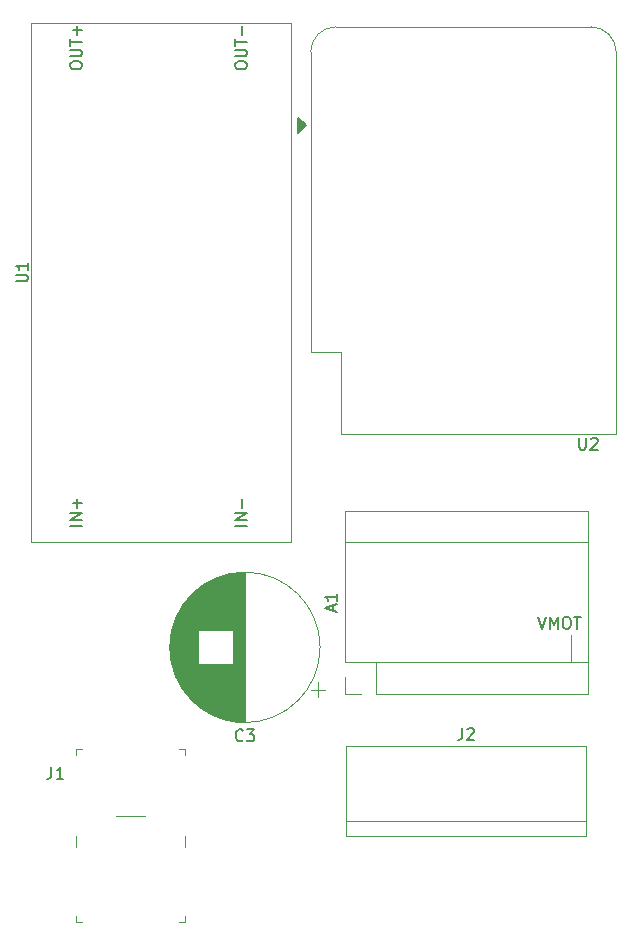
<source format=gto>
G04 #@! TF.GenerationSoftware,KiCad,Pcbnew,(5.1.5-0-10_14)*
G04 #@! TF.CreationDate,2020-02-16T15:34:34-08:00*
G04 #@! TF.ProjectId,blinds_motor_driver,626c696e-6473-45f6-9d6f-746f725f6472,rev?*
G04 #@! TF.SameCoordinates,Original*
G04 #@! TF.FileFunction,Legend,Top*
G04 #@! TF.FilePolarity,Positive*
%FSLAX46Y46*%
G04 Gerber Fmt 4.6, Leading zero omitted, Abs format (unit mm)*
G04 Created by KiCad (PCBNEW (5.1.5-0-10_14)) date 2020-02-16 15:34:34*
%MOMM*%
%LPD*%
G04 APERTURE LIST*
%ADD10C,0.120000*%
%ADD11C,0.150000*%
%ADD12C,0.100000*%
G04 APERTURE END LIST*
D10*
X148082000Y-105410000D02*
X148082000Y-107696000D01*
D11*
X145256476Y-103846380D02*
X145589809Y-104846380D01*
X145923142Y-103846380D01*
X146256476Y-104846380D02*
X146256476Y-103846380D01*
X146589809Y-104560666D01*
X146923142Y-103846380D01*
X146923142Y-104846380D01*
X147589809Y-103846380D02*
X147780285Y-103846380D01*
X147875523Y-103894000D01*
X147970761Y-103989238D01*
X148018380Y-104179714D01*
X148018380Y-104513047D01*
X147970761Y-104703523D01*
X147875523Y-104798761D01*
X147780285Y-104846380D01*
X147589809Y-104846380D01*
X147494571Y-104798761D01*
X147399333Y-104703523D01*
X147351714Y-104513047D01*
X147351714Y-104179714D01*
X147399333Y-103989238D01*
X147494571Y-103894000D01*
X147589809Y-103846380D01*
X148304095Y-103846380D02*
X148875523Y-103846380D01*
X148589809Y-104846380D02*
X148589809Y-103846380D01*
D10*
X149738000Y-53890000D02*
G75*
G02X151868000Y-56020000I0J-2130000D01*
G01*
X126008000Y-56020000D02*
G75*
G02X128138000Y-53890000I2130000J0D01*
G01*
X128548000Y-81450000D02*
X128548000Y-88350000D01*
X126008000Y-81450000D02*
X128548000Y-81450000D01*
D11*
G36*
X124968000Y-61595000D02*
G01*
X124968000Y-62865000D01*
X125603000Y-62230000D01*
X124968000Y-61595000D01*
G37*
X124968000Y-61595000D02*
X124968000Y-62865000D01*
X125603000Y-62230000D01*
X124968000Y-61595000D01*
D10*
X149748000Y-53890000D02*
X128138000Y-53890000D01*
X151868000Y-88350000D02*
X151868000Y-56020000D01*
X126008000Y-81450000D02*
X126008000Y-56020000D01*
X128548000Y-88350000D02*
X151868000Y-88350000D01*
X102362000Y-97536000D02*
X102362000Y-53536000D01*
X102362000Y-97536000D02*
X124362000Y-97536000D01*
X124362000Y-97536000D02*
X124362000Y-53536000D01*
X124362000Y-53536000D02*
X102362000Y-53536000D01*
X129032000Y-122428000D02*
X149352000Y-122428000D01*
X129032000Y-114808000D02*
X149352000Y-114808000D01*
X149352000Y-121158000D02*
X129032000Y-121158000D01*
X149352000Y-122428000D02*
X149352000Y-114808000D01*
X129032000Y-114808000D02*
X129032000Y-122428000D01*
D12*
X106144000Y-115072000D02*
X106644000Y-115072000D01*
X106144000Y-115072000D02*
X106144000Y-115572000D01*
X115344000Y-115072000D02*
X114844000Y-115072000D01*
X115344000Y-115072000D02*
X115344000Y-115572000D01*
X111944000Y-120672000D02*
X109544000Y-120672000D01*
X115344000Y-129672000D02*
X115344000Y-129172000D01*
X115344000Y-129672000D02*
X114844000Y-129672000D01*
X106144000Y-129672000D02*
X106644000Y-129672000D01*
X106144000Y-129672000D02*
X106144000Y-129172000D01*
X115344000Y-122372000D02*
X115344000Y-123372000D01*
X106144000Y-122372000D02*
X106144000Y-123372000D01*
D10*
X126628082Y-110626000D02*
X126628082Y-109376000D01*
X127253082Y-110001000D02*
X126003082Y-110001000D01*
X114075000Y-106743000D02*
X114075000Y-106109000D01*
X114115000Y-107183000D02*
X114115000Y-105669000D01*
X114155000Y-107454000D02*
X114155000Y-105398000D01*
X114195000Y-107667000D02*
X114195000Y-105185000D01*
X114235000Y-107848000D02*
X114235000Y-105004000D01*
X114275000Y-108009000D02*
X114275000Y-104843000D01*
X114315000Y-108154000D02*
X114315000Y-104698000D01*
X114355000Y-108287000D02*
X114355000Y-104565000D01*
X114395000Y-108410000D02*
X114395000Y-104442000D01*
X114435000Y-108526000D02*
X114435000Y-104326000D01*
X114475000Y-108635000D02*
X114475000Y-104217000D01*
X114515000Y-108738000D02*
X114515000Y-104114000D01*
X114555000Y-108836000D02*
X114555000Y-104016000D01*
X114595000Y-108930000D02*
X114595000Y-103922000D01*
X114635000Y-109020000D02*
X114635000Y-103832000D01*
X114675000Y-109107000D02*
X114675000Y-103745000D01*
X114715000Y-109190000D02*
X114715000Y-103662000D01*
X114755000Y-109270000D02*
X114755000Y-103582000D01*
X114795000Y-109347000D02*
X114795000Y-103505000D01*
X114835000Y-109422000D02*
X114835000Y-103430000D01*
X114875000Y-109495000D02*
X114875000Y-103357000D01*
X114915000Y-109566000D02*
X114915000Y-103286000D01*
X114955000Y-109634000D02*
X114955000Y-103218000D01*
X114995000Y-109701000D02*
X114995000Y-103151000D01*
X115035000Y-109765000D02*
X115035000Y-103087000D01*
X115075000Y-109828000D02*
X115075000Y-103024000D01*
X115115000Y-109890000D02*
X115115000Y-102962000D01*
X115155000Y-109950000D02*
X115155000Y-102902000D01*
X115195000Y-110009000D02*
X115195000Y-102843000D01*
X115235000Y-110066000D02*
X115235000Y-102786000D01*
X115275000Y-110122000D02*
X115275000Y-102730000D01*
X115315000Y-110176000D02*
X115315000Y-102676000D01*
X115355000Y-110230000D02*
X115355000Y-102622000D01*
X115395000Y-110282000D02*
X115395000Y-102570000D01*
X115435000Y-110333000D02*
X115435000Y-102519000D01*
X115475000Y-110383000D02*
X115475000Y-102469000D01*
X115515000Y-110433000D02*
X115515000Y-102419000D01*
X115555000Y-110481000D02*
X115555000Y-102371000D01*
X115595000Y-110528000D02*
X115595000Y-102324000D01*
X115635000Y-110574000D02*
X115635000Y-102278000D01*
X115675000Y-110620000D02*
X115675000Y-102232000D01*
X115715000Y-110664000D02*
X115715000Y-102188000D01*
X115755000Y-110708000D02*
X115755000Y-102144000D01*
X115795000Y-110751000D02*
X115795000Y-102101000D01*
X115835000Y-110793000D02*
X115835000Y-102059000D01*
X115875000Y-110834000D02*
X115875000Y-102018000D01*
X115915000Y-110875000D02*
X115915000Y-101977000D01*
X115955000Y-110915000D02*
X115955000Y-101937000D01*
X115995000Y-110954000D02*
X115995000Y-101898000D01*
X116035000Y-110993000D02*
X116035000Y-101859000D01*
X116075000Y-111031000D02*
X116075000Y-101821000D01*
X116115000Y-111068000D02*
X116115000Y-101784000D01*
X116155000Y-111104000D02*
X116155000Y-101748000D01*
X116195000Y-111140000D02*
X116195000Y-101712000D01*
X116235000Y-111176000D02*
X116235000Y-101676000D01*
X116275000Y-111211000D02*
X116275000Y-101641000D01*
X116315000Y-111245000D02*
X116315000Y-101607000D01*
X116355000Y-111278000D02*
X116355000Y-101574000D01*
X116395000Y-111311000D02*
X116395000Y-101541000D01*
X116435000Y-111344000D02*
X116435000Y-101508000D01*
X116475000Y-111376000D02*
X116475000Y-101476000D01*
X116515000Y-104986000D02*
X116515000Y-101444000D01*
X116515000Y-111408000D02*
X116515000Y-107866000D01*
X116555000Y-104986000D02*
X116555000Y-101414000D01*
X116555000Y-111438000D02*
X116555000Y-107866000D01*
X116595000Y-104986000D02*
X116595000Y-101383000D01*
X116595000Y-111469000D02*
X116595000Y-107866000D01*
X116635000Y-104986000D02*
X116635000Y-101353000D01*
X116635000Y-111499000D02*
X116635000Y-107866000D01*
X116675000Y-104986000D02*
X116675000Y-101324000D01*
X116675000Y-111528000D02*
X116675000Y-107866000D01*
X116715000Y-104986000D02*
X116715000Y-101295000D01*
X116715000Y-111557000D02*
X116715000Y-107866000D01*
X116755000Y-104986000D02*
X116755000Y-101266000D01*
X116755000Y-111586000D02*
X116755000Y-107866000D01*
X116795000Y-104986000D02*
X116795000Y-101238000D01*
X116795000Y-111614000D02*
X116795000Y-107866000D01*
X116835000Y-104986000D02*
X116835000Y-101210000D01*
X116835000Y-111642000D02*
X116835000Y-107866000D01*
X116875000Y-104986000D02*
X116875000Y-101183000D01*
X116875000Y-111669000D02*
X116875000Y-107866000D01*
X116915000Y-104986000D02*
X116915000Y-101156000D01*
X116915000Y-111696000D02*
X116915000Y-107866000D01*
X116955000Y-104986000D02*
X116955000Y-101130000D01*
X116955000Y-111722000D02*
X116955000Y-107866000D01*
X116995000Y-104986000D02*
X116995000Y-101104000D01*
X116995000Y-111748000D02*
X116995000Y-107866000D01*
X117035000Y-104986000D02*
X117035000Y-101079000D01*
X117035000Y-111773000D02*
X117035000Y-107866000D01*
X117075000Y-104986000D02*
X117075000Y-101054000D01*
X117075000Y-111798000D02*
X117075000Y-107866000D01*
X117115000Y-104986000D02*
X117115000Y-101029000D01*
X117115000Y-111823000D02*
X117115000Y-107866000D01*
X117155000Y-104986000D02*
X117155000Y-101005000D01*
X117155000Y-111847000D02*
X117155000Y-107866000D01*
X117195000Y-104986000D02*
X117195000Y-100981000D01*
X117195000Y-111871000D02*
X117195000Y-107866000D01*
X117235000Y-104986000D02*
X117235000Y-100958000D01*
X117235000Y-111894000D02*
X117235000Y-107866000D01*
X117275000Y-104986000D02*
X117275000Y-100935000D01*
X117275000Y-111917000D02*
X117275000Y-107866000D01*
X117315000Y-104986000D02*
X117315000Y-100912000D01*
X117315000Y-111940000D02*
X117315000Y-107866000D01*
X117355000Y-104986000D02*
X117355000Y-100890000D01*
X117355000Y-111962000D02*
X117355000Y-107866000D01*
X117395000Y-104986000D02*
X117395000Y-100868000D01*
X117395000Y-111984000D02*
X117395000Y-107866000D01*
X117435000Y-104986000D02*
X117435000Y-100846000D01*
X117435000Y-112006000D02*
X117435000Y-107866000D01*
X117475000Y-104986000D02*
X117475000Y-100825000D01*
X117475000Y-112027000D02*
X117475000Y-107866000D01*
X117515000Y-104986000D02*
X117515000Y-100804000D01*
X117515000Y-112048000D02*
X117515000Y-107866000D01*
X117555000Y-104986000D02*
X117555000Y-100784000D01*
X117555000Y-112068000D02*
X117555000Y-107866000D01*
X117595000Y-104986000D02*
X117595000Y-100764000D01*
X117595000Y-112088000D02*
X117595000Y-107866000D01*
X117635000Y-104986000D02*
X117635000Y-100744000D01*
X117635000Y-112108000D02*
X117635000Y-107866000D01*
X117675000Y-104986000D02*
X117675000Y-100724000D01*
X117675000Y-112128000D02*
X117675000Y-107866000D01*
X117715000Y-104986000D02*
X117715000Y-100705000D01*
X117715000Y-112147000D02*
X117715000Y-107866000D01*
X117755000Y-104986000D02*
X117755000Y-100687000D01*
X117755000Y-112165000D02*
X117755000Y-107866000D01*
X117795000Y-104986000D02*
X117795000Y-100668000D01*
X117795000Y-112184000D02*
X117795000Y-107866000D01*
X117835000Y-104986000D02*
X117835000Y-100650000D01*
X117835000Y-112202000D02*
X117835000Y-107866000D01*
X117875000Y-104986000D02*
X117875000Y-100633000D01*
X117875000Y-112219000D02*
X117875000Y-107866000D01*
X117915000Y-104986000D02*
X117915000Y-100615000D01*
X117915000Y-112237000D02*
X117915000Y-107866000D01*
X117955000Y-104986000D02*
X117955000Y-100598000D01*
X117955000Y-112254000D02*
X117955000Y-107866000D01*
X117995000Y-104986000D02*
X117995000Y-100581000D01*
X117995000Y-112271000D02*
X117995000Y-107866000D01*
X118035000Y-104986000D02*
X118035000Y-100565000D01*
X118035000Y-112287000D02*
X118035000Y-107866000D01*
X118075000Y-104986000D02*
X118075000Y-100549000D01*
X118075000Y-112303000D02*
X118075000Y-107866000D01*
X118115000Y-104986000D02*
X118115000Y-100533000D01*
X118115000Y-112319000D02*
X118115000Y-107866000D01*
X118155000Y-104986000D02*
X118155000Y-100518000D01*
X118155000Y-112334000D02*
X118155000Y-107866000D01*
X118195000Y-104986000D02*
X118195000Y-100502000D01*
X118195000Y-112350000D02*
X118195000Y-107866000D01*
X118235000Y-104986000D02*
X118235000Y-100487000D01*
X118235000Y-112365000D02*
X118235000Y-107866000D01*
X118275000Y-104986000D02*
X118275000Y-100473000D01*
X118275000Y-112379000D02*
X118275000Y-107866000D01*
X118315000Y-104986000D02*
X118315000Y-100459000D01*
X118315000Y-112393000D02*
X118315000Y-107866000D01*
X118355000Y-104986000D02*
X118355000Y-100445000D01*
X118355000Y-112407000D02*
X118355000Y-107866000D01*
X118395000Y-104986000D02*
X118395000Y-100431000D01*
X118395000Y-112421000D02*
X118395000Y-107866000D01*
X118435000Y-104986000D02*
X118435000Y-100418000D01*
X118435000Y-112434000D02*
X118435000Y-107866000D01*
X118475000Y-104986000D02*
X118475000Y-100405000D01*
X118475000Y-112447000D02*
X118475000Y-107866000D01*
X118515000Y-104986000D02*
X118515000Y-100392000D01*
X118515000Y-112460000D02*
X118515000Y-107866000D01*
X118555000Y-104986000D02*
X118555000Y-100379000D01*
X118555000Y-112473000D02*
X118555000Y-107866000D01*
X118595000Y-104986000D02*
X118595000Y-100367000D01*
X118595000Y-112485000D02*
X118595000Y-107866000D01*
X118635000Y-104986000D02*
X118635000Y-100355000D01*
X118635000Y-112497000D02*
X118635000Y-107866000D01*
X118675000Y-104986000D02*
X118675000Y-100343000D01*
X118675000Y-112509000D02*
X118675000Y-107866000D01*
X118715000Y-104986000D02*
X118715000Y-100332000D01*
X118715000Y-112520000D02*
X118715000Y-107866000D01*
X118755000Y-104986000D02*
X118755000Y-100321000D01*
X118755000Y-112531000D02*
X118755000Y-107866000D01*
X118795000Y-104986000D02*
X118795000Y-100310000D01*
X118795000Y-112542000D02*
X118795000Y-107866000D01*
X118835000Y-104986000D02*
X118835000Y-100300000D01*
X118835000Y-112552000D02*
X118835000Y-107866000D01*
X118875000Y-104986000D02*
X118875000Y-100289000D01*
X118875000Y-112563000D02*
X118875000Y-107866000D01*
X118915000Y-104986000D02*
X118915000Y-100280000D01*
X118915000Y-112572000D02*
X118915000Y-107866000D01*
X118955000Y-104986000D02*
X118955000Y-100270000D01*
X118955000Y-112582000D02*
X118955000Y-107866000D01*
X118995000Y-104986000D02*
X118995000Y-100260000D01*
X118995000Y-112592000D02*
X118995000Y-107866000D01*
X119035000Y-104986000D02*
X119035000Y-100251000D01*
X119035000Y-112601000D02*
X119035000Y-107866000D01*
X119075000Y-104986000D02*
X119075000Y-100242000D01*
X119075000Y-112610000D02*
X119075000Y-107866000D01*
X119115000Y-104986000D02*
X119115000Y-100234000D01*
X119115000Y-112618000D02*
X119115000Y-107866000D01*
X119155000Y-104986000D02*
X119155000Y-100225000D01*
X119155000Y-112627000D02*
X119155000Y-107866000D01*
X119195000Y-104986000D02*
X119195000Y-100217000D01*
X119195000Y-112635000D02*
X119195000Y-107866000D01*
X119235000Y-104986000D02*
X119235000Y-100210000D01*
X119235000Y-112642000D02*
X119235000Y-107866000D01*
X119275000Y-104986000D02*
X119275000Y-100202000D01*
X119275000Y-112650000D02*
X119275000Y-107866000D01*
X119315000Y-104986000D02*
X119315000Y-100195000D01*
X119315000Y-112657000D02*
X119315000Y-107866000D01*
X119355000Y-104986000D02*
X119355000Y-100188000D01*
X119355000Y-112664000D02*
X119355000Y-107866000D01*
X119395000Y-112671000D02*
X119395000Y-100181000D01*
X119435000Y-112678000D02*
X119435000Y-100174000D01*
X119475000Y-112684000D02*
X119475000Y-100168000D01*
X119515000Y-112690000D02*
X119515000Y-100162000D01*
X119555000Y-112695000D02*
X119555000Y-100157000D01*
X119595000Y-112701000D02*
X119595000Y-100151000D01*
X119635000Y-112706000D02*
X119635000Y-100146000D01*
X119675000Y-112711000D02*
X119675000Y-100141000D01*
X119715000Y-112716000D02*
X119715000Y-100136000D01*
X119756000Y-112720000D02*
X119756000Y-100132000D01*
X119796000Y-112724000D02*
X119796000Y-100128000D01*
X119836000Y-112728000D02*
X119836000Y-100124000D01*
X119876000Y-112732000D02*
X119876000Y-100120000D01*
X119916000Y-112735000D02*
X119916000Y-100117000D01*
X119956000Y-112738000D02*
X119956000Y-100114000D01*
X119996000Y-112741000D02*
X119996000Y-100111000D01*
X120036000Y-112744000D02*
X120036000Y-100108000D01*
X120076000Y-112746000D02*
X120076000Y-100106000D01*
X120116000Y-112748000D02*
X120116000Y-100104000D01*
X120156000Y-112750000D02*
X120156000Y-100102000D01*
X120196000Y-112752000D02*
X120196000Y-100100000D01*
X120236000Y-112753000D02*
X120236000Y-100099000D01*
X120276000Y-112754000D02*
X120276000Y-100098000D01*
X120316000Y-112755000D02*
X120316000Y-100097000D01*
X120356000Y-112756000D02*
X120356000Y-100096000D01*
X120396000Y-112756000D02*
X120396000Y-100096000D01*
X120436000Y-112756000D02*
X120436000Y-100096000D01*
X126806000Y-106426000D02*
G75*
G03X126806000Y-106426000I-6370000J0D01*
G01*
X128902000Y-94866000D02*
X128902000Y-107696000D01*
X149482000Y-94866000D02*
X128902000Y-94866000D01*
X149482000Y-110366000D02*
X149482000Y-94866000D01*
X131572000Y-110366000D02*
X149482000Y-110366000D01*
X131572000Y-107696000D02*
X131572000Y-110366000D01*
X128902000Y-107696000D02*
X131572000Y-107696000D01*
X128902000Y-110366000D02*
X130302000Y-110366000D01*
X128902000Y-108966000D02*
X128902000Y-110366000D01*
X131572000Y-107696000D02*
X149482000Y-107696000D01*
X128902000Y-97536000D02*
X149482000Y-97536000D01*
D11*
X148746095Y-88682380D02*
X148746095Y-89491904D01*
X148793714Y-89587142D01*
X148841333Y-89634761D01*
X148936571Y-89682380D01*
X149127047Y-89682380D01*
X149222285Y-89634761D01*
X149269904Y-89587142D01*
X149317523Y-89491904D01*
X149317523Y-88682380D01*
X149746095Y-88777619D02*
X149793714Y-88730000D01*
X149888952Y-88682380D01*
X150127047Y-88682380D01*
X150222285Y-88730000D01*
X150269904Y-88777619D01*
X150317523Y-88872857D01*
X150317523Y-88968095D01*
X150269904Y-89110952D01*
X149698476Y-89682380D01*
X150317523Y-89682380D01*
X101052380Y-75437904D02*
X101861904Y-75437904D01*
X101957142Y-75390285D01*
X102004761Y-75342666D01*
X102052380Y-75247428D01*
X102052380Y-75056952D01*
X102004761Y-74961714D01*
X101957142Y-74914095D01*
X101861904Y-74866476D01*
X101052380Y-74866476D01*
X102052380Y-73866476D02*
X102052380Y-74437904D01*
X102052380Y-74152190D02*
X101052380Y-74152190D01*
X101195238Y-74247428D01*
X101290476Y-74342666D01*
X101338095Y-74437904D01*
X119594380Y-57245047D02*
X119594380Y-57054571D01*
X119642000Y-56959333D01*
X119737238Y-56864095D01*
X119927714Y-56816476D01*
X120261047Y-56816476D01*
X120451523Y-56864095D01*
X120546761Y-56959333D01*
X120594380Y-57054571D01*
X120594380Y-57245047D01*
X120546761Y-57340285D01*
X120451523Y-57435523D01*
X120261047Y-57483142D01*
X119927714Y-57483142D01*
X119737238Y-57435523D01*
X119642000Y-57340285D01*
X119594380Y-57245047D01*
X119594380Y-56387904D02*
X120403904Y-56387904D01*
X120499142Y-56340285D01*
X120546761Y-56292666D01*
X120594380Y-56197428D01*
X120594380Y-56006952D01*
X120546761Y-55911714D01*
X120499142Y-55864095D01*
X120403904Y-55816476D01*
X119594380Y-55816476D01*
X119594380Y-55483142D02*
X119594380Y-54911714D01*
X120594380Y-55197428D02*
X119594380Y-55197428D01*
X120213428Y-54578380D02*
X120213428Y-53816476D01*
X105624380Y-57245047D02*
X105624380Y-57054571D01*
X105672000Y-56959333D01*
X105767238Y-56864095D01*
X105957714Y-56816476D01*
X106291047Y-56816476D01*
X106481523Y-56864095D01*
X106576761Y-56959333D01*
X106624380Y-57054571D01*
X106624380Y-57245047D01*
X106576761Y-57340285D01*
X106481523Y-57435523D01*
X106291047Y-57483142D01*
X105957714Y-57483142D01*
X105767238Y-57435523D01*
X105672000Y-57340285D01*
X105624380Y-57245047D01*
X105624380Y-56387904D02*
X106433904Y-56387904D01*
X106529142Y-56340285D01*
X106576761Y-56292666D01*
X106624380Y-56197428D01*
X106624380Y-56006952D01*
X106576761Y-55911714D01*
X106529142Y-55864095D01*
X106433904Y-55816476D01*
X105624380Y-55816476D01*
X105624380Y-55483142D02*
X105624380Y-54911714D01*
X106624380Y-55197428D02*
X105624380Y-55197428D01*
X106243428Y-54578380D02*
X106243428Y-53816476D01*
X106624380Y-54197428D02*
X105862476Y-54197428D01*
X120594380Y-96138857D02*
X119594380Y-96138857D01*
X120594380Y-95662666D02*
X119594380Y-95662666D01*
X120594380Y-95091238D01*
X119594380Y-95091238D01*
X120213428Y-94615047D02*
X120213428Y-93853142D01*
X106624380Y-96138857D02*
X105624380Y-96138857D01*
X106624380Y-95662666D02*
X105624380Y-95662666D01*
X106624380Y-95091238D01*
X105624380Y-95091238D01*
X106243428Y-94615047D02*
X106243428Y-93853142D01*
X106624380Y-94234095D02*
X105862476Y-94234095D01*
X138838666Y-113270380D02*
X138838666Y-113984666D01*
X138791047Y-114127523D01*
X138695809Y-114222761D01*
X138552952Y-114270380D01*
X138457714Y-114270380D01*
X139267238Y-113365619D02*
X139314857Y-113318000D01*
X139410095Y-113270380D01*
X139648190Y-113270380D01*
X139743428Y-113318000D01*
X139791047Y-113365619D01*
X139838666Y-113460857D01*
X139838666Y-113556095D01*
X139791047Y-113698952D01*
X139219619Y-114270380D01*
X139838666Y-114270380D01*
X104060666Y-116546380D02*
X104060666Y-117260666D01*
X104013047Y-117403523D01*
X103917809Y-117498761D01*
X103774952Y-117546380D01*
X103679714Y-117546380D01*
X105060666Y-117546380D02*
X104489238Y-117546380D01*
X104774952Y-117546380D02*
X104774952Y-116546380D01*
X104679714Y-116689238D01*
X104584476Y-116784476D01*
X104489238Y-116832095D01*
X120269333Y-114283142D02*
X120221714Y-114330761D01*
X120078857Y-114378380D01*
X119983619Y-114378380D01*
X119840761Y-114330761D01*
X119745523Y-114235523D01*
X119697904Y-114140285D01*
X119650285Y-113949809D01*
X119650285Y-113806952D01*
X119697904Y-113616476D01*
X119745523Y-113521238D01*
X119840761Y-113426000D01*
X119983619Y-113378380D01*
X120078857Y-113378380D01*
X120221714Y-113426000D01*
X120269333Y-113473619D01*
X120602666Y-113378380D02*
X121221714Y-113378380D01*
X120888380Y-113759333D01*
X121031238Y-113759333D01*
X121126476Y-113806952D01*
X121174095Y-113854571D01*
X121221714Y-113949809D01*
X121221714Y-114187904D01*
X121174095Y-114283142D01*
X121126476Y-114330761D01*
X121031238Y-114378380D01*
X120745523Y-114378380D01*
X120650285Y-114330761D01*
X120602666Y-114283142D01*
X127928666Y-103330285D02*
X127928666Y-102854095D01*
X128214380Y-103425523D02*
X127214380Y-103092190D01*
X128214380Y-102758857D01*
X128214380Y-101901714D02*
X128214380Y-102473142D01*
X128214380Y-102187428D02*
X127214380Y-102187428D01*
X127357238Y-102282666D01*
X127452476Y-102377904D01*
X127500095Y-102473142D01*
M02*

</source>
